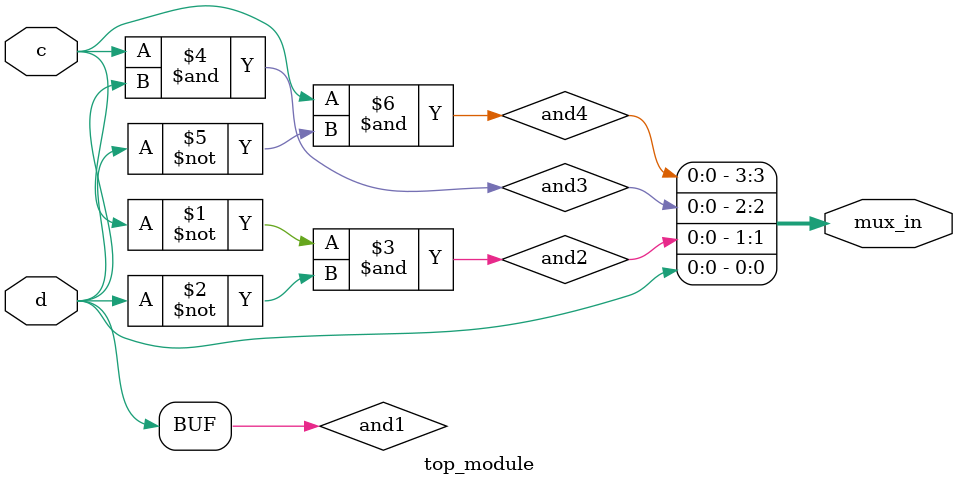
<source format=sv>
module top_module (
    input c,
    input d,
    output [3:0] mux_in
);

    wire and1, and2, and3, and4;

    // Implement the Karnaugh map using 2-to-1 multiplexers
    assign and1 = d;
    assign and2 = (~c) & (~d);
    assign and3 = c & d;
    assign and4 = c & (~d);

    assign mux_in[0] = and1;
    assign mux_in[1] = and2;
    assign mux_in[2] = and3;
    assign mux_in[3] = and4;

endmodule

</source>
